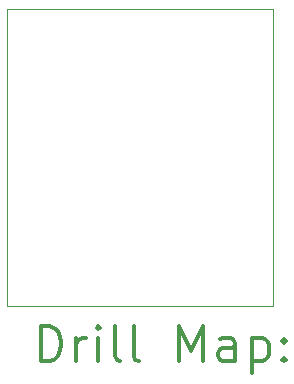
<source format=gbr>
%FSLAX45Y45*%
G04 Gerber Fmt 4.5, Leading zero omitted, Abs format (unit mm)*
G04 Created by KiCad (PCBNEW (5.1.10-1-10_14)) date 2021-12-19 23:04:49*
%MOMM*%
%LPD*%
G01*
G04 APERTURE LIST*
%TA.AperFunction,Profile*%
%ADD10C,0.050000*%
%TD*%
%ADD11C,0.200000*%
%ADD12C,0.300000*%
G04 APERTURE END LIST*
D10*
X14312900Y-12814300D02*
X12065000Y-12814300D01*
X12065000Y-12814300D02*
X12065000Y-10299700D01*
X14312900Y-10299700D02*
X14312900Y-12814300D01*
X12065000Y-10299700D02*
X14312900Y-10299700D01*
D11*
D12*
X12348928Y-13282514D02*
X12348928Y-12982514D01*
X12420357Y-12982514D01*
X12463214Y-12996800D01*
X12491786Y-13025371D01*
X12506071Y-13053943D01*
X12520357Y-13111086D01*
X12520357Y-13153943D01*
X12506071Y-13211086D01*
X12491786Y-13239657D01*
X12463214Y-13268229D01*
X12420357Y-13282514D01*
X12348928Y-13282514D01*
X12648928Y-13282514D02*
X12648928Y-13082514D01*
X12648928Y-13139657D02*
X12663214Y-13111086D01*
X12677500Y-13096800D01*
X12706071Y-13082514D01*
X12734643Y-13082514D01*
X12834643Y-13282514D02*
X12834643Y-13082514D01*
X12834643Y-12982514D02*
X12820357Y-12996800D01*
X12834643Y-13011086D01*
X12848928Y-12996800D01*
X12834643Y-12982514D01*
X12834643Y-13011086D01*
X13020357Y-13282514D02*
X12991786Y-13268229D01*
X12977500Y-13239657D01*
X12977500Y-12982514D01*
X13177500Y-13282514D02*
X13148928Y-13268229D01*
X13134643Y-13239657D01*
X13134643Y-12982514D01*
X13520357Y-13282514D02*
X13520357Y-12982514D01*
X13620357Y-13196800D01*
X13720357Y-12982514D01*
X13720357Y-13282514D01*
X13991786Y-13282514D02*
X13991786Y-13125371D01*
X13977500Y-13096800D01*
X13948928Y-13082514D01*
X13891786Y-13082514D01*
X13863214Y-13096800D01*
X13991786Y-13268229D02*
X13963214Y-13282514D01*
X13891786Y-13282514D01*
X13863214Y-13268229D01*
X13848928Y-13239657D01*
X13848928Y-13211086D01*
X13863214Y-13182514D01*
X13891786Y-13168229D01*
X13963214Y-13168229D01*
X13991786Y-13153943D01*
X14134643Y-13082514D02*
X14134643Y-13382514D01*
X14134643Y-13096800D02*
X14163214Y-13082514D01*
X14220357Y-13082514D01*
X14248928Y-13096800D01*
X14263214Y-13111086D01*
X14277500Y-13139657D01*
X14277500Y-13225371D01*
X14263214Y-13253943D01*
X14248928Y-13268229D01*
X14220357Y-13282514D01*
X14163214Y-13282514D01*
X14134643Y-13268229D01*
X14406071Y-13253943D02*
X14420357Y-13268229D01*
X14406071Y-13282514D01*
X14391786Y-13268229D01*
X14406071Y-13253943D01*
X14406071Y-13282514D01*
X14406071Y-13096800D02*
X14420357Y-13111086D01*
X14406071Y-13125371D01*
X14391786Y-13111086D01*
X14406071Y-13096800D01*
X14406071Y-13125371D01*
M02*

</source>
